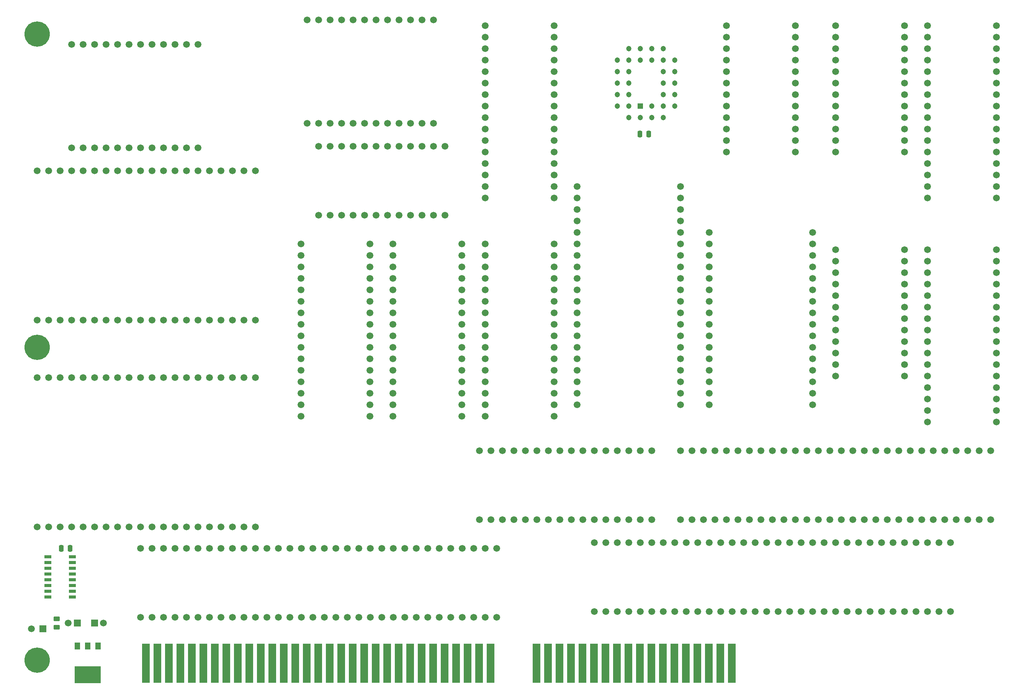
<source format=gts>
%TF.GenerationSoftware,KiCad,Pcbnew,8.0.7*%
%TF.CreationDate,2025-05-15T14:33:30+02:00*%
%TF.ProjectId,SD Card Board,53442043-6172-4642-9042-6f6172642e6b,rev?*%
%TF.SameCoordinates,Original*%
%TF.FileFunction,Soldermask,Top*%
%TF.FilePolarity,Negative*%
%FSLAX46Y46*%
G04 Gerber Fmt 4.6, Leading zero omitted, Abs format (unit mm)*
G04 Created by KiCad (PCBNEW 8.0.7) date 2025-05-15 14:33:30*
%MOMM*%
%LPD*%
G01*
G04 APERTURE LIST*
G04 Aperture macros list*
%AMRoundRect*
0 Rectangle with rounded corners*
0 $1 Rounding radius*
0 $2 $3 $4 $5 $6 $7 $8 $9 X,Y pos of 4 corners*
0 Add a 4 corners polygon primitive as box body*
4,1,4,$2,$3,$4,$5,$6,$7,$8,$9,$2,$3,0*
0 Add four circle primitives for the rounded corners*
1,1,$1+$1,$2,$3*
1,1,$1+$1,$4,$5*
1,1,$1+$1,$6,$7*
1,1,$1+$1,$8,$9*
0 Add four rect primitives between the rounded corners*
20,1,$1+$1,$2,$3,$4,$5,0*
20,1,$1+$1,$4,$5,$6,$7,0*
20,1,$1+$1,$6,$7,$8,$9,0*
20,1,$1+$1,$8,$9,$2,$3,0*%
G04 Aperture macros list end*
%ADD10R,5.842000X3.810000*%
%ADD11R,1.200000X1.500000*%
%ADD12C,1.500000*%
%ADD13R,1.500000X1.500000*%
%ADD14C,5.600000*%
%ADD15R,1.550000X0.650000*%
%ADD16C,1.200000*%
%ADD17R,1.200000X1.200000*%
%ADD18R,1.780000X8.620000*%
%ADD19RoundRect,0.250000X0.250000X0.475000X-0.250000X0.475000X-0.250000X-0.475000X0.250000X-0.475000X0*%
%ADD20RoundRect,0.250000X0.450000X-0.262500X0.450000X0.262500X-0.450000X0.262500X-0.450000X-0.262500X0*%
%ADD21RoundRect,0.250000X-0.250000X-0.475000X0.250000X-0.475000X0.250000X0.475000X-0.250000X0.475000X0*%
G04 APERTURE END LIST*
D10*
%TO.C,IC3*%
X-12940000Y-2159000D03*
D11*
X-15240000Y4216000D03*
X-12940000Y4216000D03*
X-10640000Y4216000D03*
%TD*%
D12*
%TO.C,B16*%
X-1270000Y25781000D03*
X1270000Y25781000D03*
X3810000Y25781000D03*
X6350000Y25781000D03*
X8890000Y25781000D03*
X11430000Y25781000D03*
X13970000Y25781000D03*
X16510000Y25781000D03*
X19050000Y25781000D03*
X21590000Y25781000D03*
X24130000Y25781000D03*
X26670000Y25781000D03*
X29210000Y25781000D03*
X31750000Y25781000D03*
X34290000Y25781000D03*
X36830000Y25781000D03*
X39370000Y25781000D03*
X41910000Y25781000D03*
X44450000Y25781000D03*
X46990000Y25781000D03*
X49530000Y25781000D03*
X52070000Y25781000D03*
X54610000Y25781000D03*
X57150000Y25781000D03*
X59690000Y25781000D03*
X62230000Y25781000D03*
X64770000Y25781000D03*
X67310000Y25781000D03*
X69850000Y25781000D03*
X72390000Y25781000D03*
X74930000Y25781000D03*
X77470000Y25781000D03*
X77470000Y10541000D03*
X74930000Y10541000D03*
X72390000Y10541000D03*
X69850000Y10541000D03*
X67310000Y10541000D03*
X64770000Y10541000D03*
X62230000Y10541000D03*
X59690000Y10541000D03*
X57150000Y10541000D03*
X54610000Y10541000D03*
X52070000Y10541000D03*
X49530000Y10541000D03*
X46990000Y10541000D03*
X44450000Y10541000D03*
X41910000Y10541000D03*
X39370000Y10541000D03*
X36830000Y10541000D03*
X34290000Y10541000D03*
X31750000Y10541000D03*
X29210000Y10541000D03*
X26670000Y10541000D03*
X24130000Y10541000D03*
X21590000Y10541000D03*
X19050000Y10541000D03*
X16510000Y10541000D03*
X13970000Y10541000D03*
X11430000Y10541000D03*
X8890000Y10541000D03*
X6350000Y10541000D03*
X3810000Y10541000D03*
X1270000Y10541000D03*
X-1270000Y10541000D03*
%TD*%
%TO.C,B17*%
X35560000Y142621000D03*
X38100000Y142621000D03*
X40640000Y142621000D03*
X43180000Y142621000D03*
X45720000Y142621000D03*
X48260000Y142621000D03*
X50800000Y142621000D03*
X53340000Y142621000D03*
X55880000Y142621000D03*
X58420000Y142621000D03*
X60960000Y142621000D03*
X63500000Y142621000D03*
X63500000Y119761000D03*
X60960000Y119761000D03*
X58420000Y119761000D03*
X55880000Y119761000D03*
X53340000Y119761000D03*
X50800000Y119761000D03*
X48260000Y119761000D03*
X45720000Y119761000D03*
X43180000Y119761000D03*
X40640000Y119761000D03*
X38100000Y119761000D03*
X35560000Y119761000D03*
%TD*%
%TO.C,B4*%
X38100000Y114681000D03*
X40640000Y114681000D03*
X43180000Y114681000D03*
X45720000Y114681000D03*
X48260000Y114681000D03*
X50800000Y114681000D03*
X53340000Y114681000D03*
X55880000Y114681000D03*
X58420000Y114681000D03*
X60960000Y114681000D03*
X63500000Y114681000D03*
X66040000Y114681000D03*
X66040000Y99441000D03*
X63500000Y99441000D03*
X60960000Y99441000D03*
X58420000Y99441000D03*
X55880000Y99441000D03*
X53340000Y99441000D03*
X50800000Y99441000D03*
X48260000Y99441000D03*
X45720000Y99441000D03*
X43180000Y99441000D03*
X40640000Y99441000D03*
X38100000Y99441000D03*
%TD*%
%TO.C,B5*%
X118110000Y105791000D03*
X118110000Y103251000D03*
X118110000Y100711000D03*
X118110000Y98171000D03*
X118110000Y95631000D03*
X118110000Y93091000D03*
X118110000Y90551000D03*
X118110000Y88011000D03*
X118110000Y85471000D03*
X118110000Y82931000D03*
X118110000Y80391000D03*
X118110000Y77851000D03*
X118110000Y75311000D03*
X118110000Y72771000D03*
X118110000Y70231000D03*
X118110000Y67691000D03*
X118110000Y65151000D03*
X118110000Y62611000D03*
X118110000Y60071000D03*
X118110000Y57531000D03*
X95250000Y57531000D03*
X95250000Y60071000D03*
X95250000Y62611000D03*
X95250000Y65151000D03*
X95250000Y67691000D03*
X95250000Y70231000D03*
X95250000Y72771000D03*
X95250000Y75311000D03*
X95250000Y77851000D03*
X95250000Y80391000D03*
X95250000Y82931000D03*
X95250000Y85471000D03*
X95250000Y88011000D03*
X95250000Y90551000D03*
X95250000Y93091000D03*
X95250000Y95631000D03*
X95250000Y98171000D03*
X95250000Y100711000D03*
X95250000Y103251000D03*
X95250000Y105791000D03*
%TD*%
%TO.C,B1*%
X187960000Y91821000D03*
X187960000Y89281000D03*
X187960000Y86741000D03*
X187960000Y84201000D03*
X187960000Y81661000D03*
X187960000Y79121000D03*
X187960000Y76581000D03*
X187960000Y74041000D03*
X187960000Y71501000D03*
X187960000Y68961000D03*
X187960000Y66421000D03*
X187960000Y63881000D03*
X187960000Y61341000D03*
X187960000Y58801000D03*
X187960000Y56261000D03*
X187960000Y53721000D03*
X172720000Y53721000D03*
X172720000Y56261000D03*
X172720000Y58801000D03*
X172720000Y61341000D03*
X172720000Y63881000D03*
X172720000Y66421000D03*
X172720000Y68961000D03*
X172720000Y71501000D03*
X172720000Y74041000D03*
X172720000Y76581000D03*
X172720000Y79121000D03*
X172720000Y81661000D03*
X172720000Y84201000D03*
X172720000Y86741000D03*
X172720000Y89281000D03*
X172720000Y91821000D03*
%TD*%
%TO.C,B20*%
X-24130000Y76200000D03*
X-21590000Y76200000D03*
X-19050000Y76200000D03*
X-16510000Y76200000D03*
X-13970000Y76200000D03*
X-11430000Y76200000D03*
X-8890000Y76200000D03*
X-6350000Y76200000D03*
X-3810000Y76200000D03*
X-1270000Y76200000D03*
X1270000Y76200000D03*
X3810000Y76200000D03*
X6350000Y76200000D03*
X8890000Y76200000D03*
X11430000Y76200000D03*
X13970000Y76200000D03*
X16510000Y76200000D03*
X19050000Y76200000D03*
X21590000Y76200000D03*
X24130000Y76200000D03*
X24130000Y109220000D03*
X21590000Y109220000D03*
X19050000Y109220000D03*
X16510000Y109220000D03*
X13970000Y109220000D03*
X11430000Y109220000D03*
X8890000Y109220000D03*
X6350000Y109220000D03*
X3810000Y109220000D03*
X1270000Y109220000D03*
X-1270000Y109220000D03*
X-3810000Y109220000D03*
X-6350000Y109220000D03*
X-8890000Y109220000D03*
X-11430000Y109220000D03*
X-13970000Y109220000D03*
X-16510000Y109220000D03*
X-19050000Y109220000D03*
X-21590000Y109220000D03*
X-24130000Y109220000D03*
%TD*%
%TO.C,B7*%
X90170000Y141351000D03*
X90170000Y138811000D03*
X90170000Y136271000D03*
X90170000Y133731000D03*
X90170000Y131191000D03*
X90170000Y128651000D03*
X90170000Y126111000D03*
X90170000Y123571000D03*
X90170000Y121031000D03*
X90170000Y118491000D03*
X90170000Y115951000D03*
X90170000Y113411000D03*
X90170000Y110871000D03*
X90170000Y108331000D03*
X90170000Y105791000D03*
X90170000Y103251000D03*
X74930000Y103251000D03*
X74930000Y105791000D03*
X74930000Y108331000D03*
X74930000Y110871000D03*
X74930000Y113411000D03*
X74930000Y115951000D03*
X74930000Y118491000D03*
X74930000Y121031000D03*
X74930000Y123571000D03*
X74930000Y126111000D03*
X74930000Y128651000D03*
X74930000Y131191000D03*
X74930000Y133731000D03*
X74930000Y136271000D03*
X74930000Y138811000D03*
X74930000Y141351000D03*
%TD*%
%TO.C,B9*%
X49462000Y93091000D03*
X49462000Y90551000D03*
X49462000Y88011000D03*
X49462000Y85471000D03*
X49462000Y82931000D03*
X49462000Y80391000D03*
X49462000Y77851000D03*
X49462000Y75311000D03*
X49462000Y72771000D03*
X49462000Y70231000D03*
X49462000Y67691000D03*
X49462000Y65151000D03*
X49462000Y62611000D03*
X49462000Y60071000D03*
X49462000Y57531000D03*
X49462000Y54991000D03*
X34222000Y54991000D03*
X34222000Y57531000D03*
X34222000Y60071000D03*
X34222000Y62611000D03*
X34222000Y65151000D03*
X34222000Y67691000D03*
X34222000Y70231000D03*
X34222000Y72771000D03*
X34222000Y75311000D03*
X34222000Y77851000D03*
X34222000Y80391000D03*
X34222000Y82931000D03*
X34222000Y85471000D03*
X34222000Y88011000D03*
X34222000Y90551000D03*
X34222000Y93091000D03*
%TD*%
%TO.C,B3*%
X177800000Y11811000D03*
X175260000Y11811000D03*
X172720000Y11811000D03*
X170180000Y11811000D03*
X167640000Y11811000D03*
X165100000Y11811000D03*
X162560000Y11811000D03*
X160020000Y11811000D03*
X157480000Y11811000D03*
X154940000Y11811000D03*
X152400000Y11811000D03*
X149860000Y11811000D03*
X147320000Y11811000D03*
X144780000Y11811000D03*
X142240000Y11811000D03*
X139700000Y11811000D03*
X137160000Y11811000D03*
X134620000Y11811000D03*
X132080000Y11811000D03*
X129540000Y11811000D03*
X127000000Y11811000D03*
X124460000Y11811000D03*
X121920000Y11811000D03*
X119380000Y11811000D03*
X116840000Y11811000D03*
X114300000Y11811000D03*
X111760000Y11811000D03*
X109220000Y11811000D03*
X106680000Y11811000D03*
X104140000Y11811000D03*
X101600000Y11811000D03*
X99060000Y11811000D03*
X99060000Y27051000D03*
X101600000Y27051000D03*
X104140000Y27051000D03*
X106680000Y27051000D03*
X109220000Y27051000D03*
X111760000Y27051000D03*
X114300000Y27051000D03*
X116840000Y27051000D03*
X119380000Y27051000D03*
X121920000Y27051000D03*
X124460000Y27051000D03*
X127000000Y27051000D03*
X129540000Y27051000D03*
X132080000Y27051000D03*
X134620000Y27051000D03*
X137160000Y27051000D03*
X139700000Y27051000D03*
X142240000Y27051000D03*
X144780000Y27051000D03*
X147320000Y27051000D03*
X149860000Y27051000D03*
X152400000Y27051000D03*
X154940000Y27051000D03*
X157480000Y27051000D03*
X160020000Y27051000D03*
X162560000Y27051000D03*
X165100000Y27051000D03*
X167640000Y27051000D03*
X170180000Y27051000D03*
X172720000Y27051000D03*
X175260000Y27051000D03*
X177800000Y27051000D03*
%TD*%
%TO.C,B2*%
X167640000Y91821000D03*
X167640000Y89281000D03*
X167640000Y86741000D03*
X167640000Y84201000D03*
X167640000Y81661000D03*
X167640000Y79121000D03*
X167640000Y76581000D03*
X167640000Y74041000D03*
X167640000Y71501000D03*
X167640000Y68961000D03*
X167640000Y66421000D03*
X167640000Y63881000D03*
X152400000Y63881000D03*
X152400000Y66421000D03*
X152400000Y68961000D03*
X152400000Y71501000D03*
X152400000Y74041000D03*
X152400000Y76581000D03*
X152400000Y79121000D03*
X152400000Y81661000D03*
X152400000Y84201000D03*
X152400000Y86741000D03*
X152400000Y89281000D03*
X152400000Y91821000D03*
%TD*%
%TO.C,B10*%
X143510000Y141351000D03*
X143510000Y138811000D03*
X143510000Y136271000D03*
X143510000Y133731000D03*
X143510000Y131191000D03*
X143510000Y128651000D03*
X143510000Y126111000D03*
X143510000Y123571000D03*
X143510000Y121031000D03*
X143510000Y118491000D03*
X143510000Y115951000D03*
X143510000Y113411000D03*
X128270000Y113411000D03*
X128270000Y115951000D03*
X128270000Y118491000D03*
X128270000Y121031000D03*
X128270000Y123571000D03*
X128270000Y126111000D03*
X128270000Y128651000D03*
X128270000Y131191000D03*
X128270000Y133731000D03*
X128270000Y136271000D03*
X128270000Y138811000D03*
X128270000Y141351000D03*
%TD*%
%TO.C,B18*%
X-16510000Y137160000D03*
X-13970000Y137160000D03*
X-11430000Y137160000D03*
X-8890000Y137160000D03*
X-6350000Y137160000D03*
X-3810000Y137160000D03*
X-1270000Y137160000D03*
X1270000Y137160000D03*
X3810000Y137160000D03*
X6350000Y137160000D03*
X8890000Y137160000D03*
X11430000Y137160000D03*
X11430000Y114300000D03*
X8890000Y114300000D03*
X6350000Y114300000D03*
X3810000Y114300000D03*
X1270000Y114300000D03*
X-1270000Y114300000D03*
X-3810000Y114300000D03*
X-6350000Y114300000D03*
X-8890000Y114300000D03*
X-11430000Y114300000D03*
X-13970000Y114300000D03*
X-16510000Y114300000D03*
%TD*%
%TO.C,B6*%
X111760000Y32131000D03*
X109220000Y32131000D03*
X106680000Y32131000D03*
X104140000Y32131000D03*
X101600000Y32131000D03*
X99060000Y32131000D03*
X96520000Y32131000D03*
X93980000Y32131000D03*
X91440000Y32131000D03*
X88900000Y32131000D03*
X86360000Y32131000D03*
X83820000Y32131000D03*
X81280000Y32131000D03*
X78740000Y32131000D03*
X76200000Y32131000D03*
X73660000Y32131000D03*
X73660000Y47371000D03*
X76200000Y47371000D03*
X78740000Y47371000D03*
X81280000Y47371000D03*
X83820000Y47371000D03*
X86360000Y47371000D03*
X88900000Y47371000D03*
X91440000Y47371000D03*
X93980000Y47371000D03*
X96520000Y47371000D03*
X99060000Y47371000D03*
X101600000Y47371000D03*
X104140000Y47371000D03*
X106680000Y47371000D03*
X109220000Y47371000D03*
X111760000Y47371000D03*
%TD*%
%TO.C,B13*%
X147320000Y95631000D03*
X147320000Y93091000D03*
X147320000Y90551000D03*
X147320000Y88011000D03*
X147320000Y85471000D03*
X147320000Y82931000D03*
X147320000Y80391000D03*
X147320000Y77851000D03*
X147320000Y75311000D03*
X147320000Y72771000D03*
X147320000Y70231000D03*
X147320000Y67691000D03*
X147320000Y65151000D03*
X147320000Y62611000D03*
X147320000Y60071000D03*
X147320000Y57531000D03*
X124460000Y57531000D03*
X124460000Y60071000D03*
X124460000Y62611000D03*
X124460000Y65151000D03*
X124460000Y67691000D03*
X124460000Y70231000D03*
X124460000Y72771000D03*
X124460000Y75311000D03*
X124460000Y77851000D03*
X124460000Y80391000D03*
X124460000Y82931000D03*
X124460000Y85471000D03*
X124460000Y88011000D03*
X124460000Y90551000D03*
X124460000Y93091000D03*
X124460000Y95631000D03*
%TD*%
%TO.C,B8*%
X118110000Y47371000D03*
X120650000Y47371000D03*
X123190000Y47371000D03*
X125730000Y47371000D03*
X128270000Y47371000D03*
X130810000Y47371000D03*
X133350000Y47371000D03*
X135890000Y47371000D03*
X138430000Y47371000D03*
X140970000Y47371000D03*
X143510000Y47371000D03*
X146050000Y47371000D03*
X148590000Y47371000D03*
X151130000Y47371000D03*
X153670000Y47371000D03*
X156210000Y47371000D03*
X158750000Y47371000D03*
X161290000Y47371000D03*
X163830000Y47371000D03*
X166370000Y47371000D03*
X168910000Y47371000D03*
X171450000Y47371000D03*
X173990000Y47371000D03*
X176530000Y47371000D03*
X179070000Y47371000D03*
X181610000Y47371000D03*
X184150000Y47371000D03*
X186690000Y47371000D03*
X186690000Y32131000D03*
X184150000Y32131000D03*
X181610000Y32131000D03*
X179070000Y32131000D03*
X176530000Y32131000D03*
X173990000Y32131000D03*
X171450000Y32131000D03*
X168910000Y32131000D03*
X166370000Y32131000D03*
X163830000Y32131000D03*
X161290000Y32131000D03*
X158750000Y32131000D03*
X156210000Y32131000D03*
X153670000Y32131000D03*
X151130000Y32131000D03*
X148590000Y32131000D03*
X146050000Y32131000D03*
X143510000Y32131000D03*
X140970000Y32131000D03*
X138430000Y32131000D03*
X135890000Y32131000D03*
X133350000Y32131000D03*
X130810000Y32131000D03*
X128270000Y32131000D03*
X125730000Y32131000D03*
X123190000Y32131000D03*
X120650000Y32131000D03*
X118110000Y32131000D03*
%TD*%
%TO.C,B19*%
X-24130000Y63500000D03*
X-21590000Y63500000D03*
X-19050000Y63500000D03*
X-16510000Y63500000D03*
X-13970000Y63500000D03*
X-11430000Y63500000D03*
X-8890000Y63500000D03*
X-6350000Y63500000D03*
X-3810000Y63500000D03*
X-1270000Y63500000D03*
X1270000Y63500000D03*
X3810000Y63500000D03*
X6350000Y63500000D03*
X8890000Y63500000D03*
X11430000Y63500000D03*
X13970000Y63500000D03*
X16510000Y63500000D03*
X19050000Y63500000D03*
X21590000Y63500000D03*
X24130000Y63500000D03*
X24130000Y30480000D03*
X21590000Y30480000D03*
X19050000Y30480000D03*
X16510000Y30480000D03*
X13970000Y30480000D03*
X11430000Y30480000D03*
X8890000Y30480000D03*
X6350000Y30480000D03*
X3810000Y30480000D03*
X1270000Y30480000D03*
X-1270000Y30480000D03*
X-3810000Y30480000D03*
X-6350000Y30480000D03*
X-8890000Y30480000D03*
X-11430000Y30480000D03*
X-13970000Y30480000D03*
X-16510000Y30480000D03*
X-19050000Y30480000D03*
X-21590000Y30480000D03*
X-24130000Y30480000D03*
%TD*%
%TO.C,B12*%
X90170000Y93091000D03*
X90170000Y90551000D03*
X90170000Y88011000D03*
X90170000Y85471000D03*
X90170000Y82931000D03*
X90170000Y80391000D03*
X90170000Y77851000D03*
X90170000Y75311000D03*
X90170000Y72771000D03*
X90170000Y70231000D03*
X90170000Y67691000D03*
X90170000Y65151000D03*
X90170000Y62611000D03*
X90170000Y60071000D03*
X90170000Y57531000D03*
X90170000Y54991000D03*
X74930000Y54991000D03*
X74930000Y57531000D03*
X74930000Y60071000D03*
X74930000Y62611000D03*
X74930000Y65151000D03*
X74930000Y67691000D03*
X74930000Y70231000D03*
X74930000Y72771000D03*
X74930000Y75311000D03*
X74930000Y77851000D03*
X74930000Y80391000D03*
X74930000Y82931000D03*
X74930000Y85471000D03*
X74930000Y88011000D03*
X74930000Y90551000D03*
X74930000Y93091000D03*
%TD*%
%TO.C,B11*%
X69816000Y93091000D03*
X69816000Y90551000D03*
X69816000Y88011000D03*
X69816000Y85471000D03*
X69816000Y82931000D03*
X69816000Y80391000D03*
X69816000Y77851000D03*
X69816000Y75311000D03*
X69816000Y72771000D03*
X69816000Y70231000D03*
X69816000Y67691000D03*
X69816000Y65151000D03*
X69816000Y62611000D03*
X69816000Y60071000D03*
X69816000Y57531000D03*
X69816000Y54991000D03*
X54576000Y54991000D03*
X54576000Y57531000D03*
X54576000Y60071000D03*
X54576000Y62611000D03*
X54576000Y65151000D03*
X54576000Y67691000D03*
X54576000Y70231000D03*
X54576000Y72771000D03*
X54576000Y75311000D03*
X54576000Y77851000D03*
X54576000Y80391000D03*
X54576000Y82931000D03*
X54576000Y85471000D03*
X54576000Y88011000D03*
X54576000Y90551000D03*
X54576000Y93091000D03*
%TD*%
%TO.C,B15*%
X167640000Y141351000D03*
X167640000Y138811000D03*
X167640000Y136271000D03*
X167640000Y133731000D03*
X167640000Y131191000D03*
X167640000Y128651000D03*
X167640000Y126111000D03*
X167640000Y123571000D03*
X167640000Y121031000D03*
X167640000Y118491000D03*
X167640000Y115951000D03*
X167640000Y113411000D03*
X152400000Y113411000D03*
X152400000Y115951000D03*
X152400000Y118491000D03*
X152400000Y121031000D03*
X152400000Y123571000D03*
X152400000Y126111000D03*
X152400000Y128651000D03*
X152400000Y131191000D03*
X152400000Y133731000D03*
X152400000Y136271000D03*
X152400000Y138811000D03*
X152400000Y141351000D03*
%TD*%
%TO.C,B14*%
X187960000Y141351000D03*
X187960000Y138811000D03*
X187960000Y136271000D03*
X187960000Y133731000D03*
X187960000Y131191000D03*
X187960000Y128651000D03*
X187960000Y126111000D03*
X187960000Y123571000D03*
X187960000Y121031000D03*
X187960000Y118491000D03*
X187960000Y115951000D03*
X187960000Y113411000D03*
X187960000Y110871000D03*
X187960000Y108331000D03*
X187960000Y105791000D03*
X187960000Y103251000D03*
X172720000Y103251000D03*
X172720000Y105791000D03*
X172720000Y108331000D03*
X172720000Y110871000D03*
X172720000Y113411000D03*
X172720000Y115951000D03*
X172720000Y118491000D03*
X172720000Y121031000D03*
X172720000Y123571000D03*
X172720000Y126111000D03*
X172720000Y128651000D03*
X172720000Y131191000D03*
X172720000Y133731000D03*
X172720000Y136271000D03*
X172720000Y138811000D03*
X172720000Y141351000D03*
%TD*%
%TO.C,C4*%
X-17240000Y9271000D03*
D13*
X-15240000Y9271000D03*
%TD*%
D14*
%TO.C,H10*%
X-24130000Y1016000D03*
%TD*%
D12*
%TO.C,LED1*%
X-25400000Y8001000D03*
D13*
X-22860000Y8001000D03*
%TD*%
D12*
%TO.C,C3*%
X-9430000Y9271000D03*
D13*
X-11430000Y9271000D03*
%TD*%
D15*
%TO.C,IC8*%
X-16325000Y23876000D03*
X-16325000Y22606000D03*
X-16325000Y21336000D03*
X-16325000Y20066000D03*
X-16325000Y18796000D03*
X-16325000Y17526000D03*
X-16325000Y16256000D03*
X-16325000Y14986000D03*
X-21775000Y14986000D03*
X-21775000Y16256000D03*
X-21775000Y17526000D03*
X-21775000Y18796000D03*
X-21775000Y20066000D03*
X-21775000Y21336000D03*
X-21775000Y22606000D03*
X-21775000Y23876000D03*
%TD*%
D14*
%TO.C,H7*%
X-24130000Y70231000D03*
%TD*%
D16*
%TO.C,IC1*%
X109220000Y121031000D03*
X106680000Y123571000D03*
X106680000Y121031000D03*
X104140000Y123571000D03*
X106680000Y126111000D03*
X104140000Y126111000D03*
X106680000Y128651000D03*
X104140000Y128651000D03*
X106680000Y131191000D03*
X104140000Y131191000D03*
X106680000Y133731000D03*
X104140000Y133731000D03*
X106680000Y136271000D03*
X109220000Y133731000D03*
X109220000Y136271000D03*
X111760000Y133731000D03*
X111760000Y136271000D03*
X114300000Y133731000D03*
X114300000Y136271000D03*
X116840000Y133731000D03*
X114300000Y131191000D03*
X116840000Y131191000D03*
X114300000Y128651000D03*
X116840000Y128651000D03*
X114300000Y126111000D03*
X116840000Y126111000D03*
X114300000Y123571000D03*
X116840000Y123571000D03*
X114300000Y121031000D03*
X111760000Y123571000D03*
X111760000Y121031000D03*
D17*
X109220000Y123571000D03*
%TD*%
D18*
%TO.C,J1*%
X129489200Y381000D03*
X126949200Y381000D03*
X124409200Y381000D03*
X121869200Y381000D03*
X119329200Y381000D03*
X116789200Y381000D03*
X114249200Y381000D03*
X111709200Y381000D03*
X109169200Y381000D03*
X106629200Y381000D03*
X104089200Y381000D03*
X101549200Y381000D03*
X99009200Y381000D03*
X96469200Y381000D03*
X93929200Y381000D03*
X91389200Y381000D03*
X88849200Y381000D03*
X86309200Y381000D03*
X76149200Y381000D03*
X73609200Y381000D03*
X71069200Y381000D03*
X68529200Y381000D03*
X65989200Y381000D03*
X63449200Y381000D03*
X60909200Y381000D03*
X58369200Y381000D03*
X55829200Y381000D03*
X53289200Y381000D03*
X50749200Y381000D03*
X48209200Y381000D03*
X45669200Y381000D03*
X43129200Y381000D03*
X40589200Y381000D03*
X38049200Y381000D03*
X35509200Y381000D03*
X32969200Y381000D03*
X30429200Y381000D03*
X27889200Y381000D03*
X25349200Y381000D03*
X22809200Y381000D03*
X20269200Y381000D03*
X17729200Y381000D03*
X15189200Y381000D03*
X12649200Y381000D03*
X10109200Y381000D03*
X7569200Y381000D03*
X5029200Y381000D03*
X2489200Y381000D03*
X-50800Y381000D03*
%TD*%
D14*
%TO.C,H1*%
X-24130000Y139446000D03*
%TD*%
D19*
%TO.C,C1*%
X-18746000Y25781000D03*
X-16846000Y25781000D03*
%TD*%
D20*
%TO.C,R3*%
X-19822000Y10183500D03*
X-19822000Y8358500D03*
%TD*%
D21*
%TO.C,C6*%
X111075000Y117348000D03*
X109175000Y117348000D03*
%TD*%
M02*

</source>
